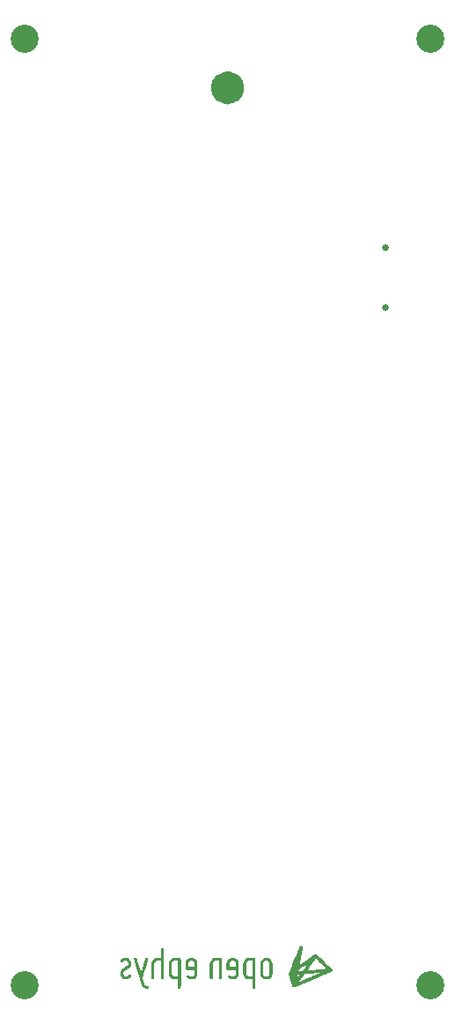
<source format=gbr>
%TF.GenerationSoftware,KiCad,Pcbnew,8.0.5*%
%TF.CreationDate,2024-09-27T18:29:33-04:00*%
%TF.ProjectId,oe-commutator-controller,6f652d63-6f6d-46d7-9574-61746f722d63,D*%
%TF.SameCoordinates,Original*%
%TF.FileFunction,Soldermask,Bot*%
%TF.FilePolarity,Negative*%
%FSLAX46Y46*%
G04 Gerber Fmt 4.6, Leading zero omitted, Abs format (unit mm)*
G04 Created by KiCad (PCBNEW 8.0.5) date 2024-09-27 18:29:33*
%MOMM*%
%LPD*%
G01*
G04 APERTURE LIST*
%ADD10C,1.600000*%
%ADD11C,0.000000*%
%ADD12C,2.700000*%
%ADD13C,0.650000*%
G04 APERTURE END LIST*
D10*
X124300000Y-60750000D02*
G75*
G02*
X122700000Y-60750000I-800000J0D01*
G01*
X122700000Y-60750000D02*
G75*
G02*
X124300000Y-60750000I800000J0D01*
G01*
D11*
%TO.C,G\u002A\u002A\u002A*%
G36*
X127811272Y-145926557D02*
G01*
X127807794Y-145951485D01*
X127781533Y-146034150D01*
X127734888Y-146125413D01*
X127673202Y-146206820D01*
X127598156Y-146276566D01*
X127511432Y-146332844D01*
X127414710Y-146373847D01*
X127412710Y-146374487D01*
X127353122Y-146387963D01*
X127282510Y-146395681D01*
X127208021Y-146397458D01*
X127136800Y-146393114D01*
X127075995Y-146382466D01*
X126997391Y-146355333D01*
X126908980Y-146306992D01*
X126829512Y-146243118D01*
X126760503Y-146165203D01*
X126703469Y-146074739D01*
X126659929Y-145973217D01*
X126658814Y-145969881D01*
X126655168Y-145957499D01*
X126652083Y-145943391D01*
X126649514Y-145925964D01*
X126647414Y-145903622D01*
X126645736Y-145874770D01*
X126644433Y-145837812D01*
X126643458Y-145791154D01*
X126642765Y-145733201D01*
X126642308Y-145662356D01*
X126642039Y-145577025D01*
X126641912Y-145475613D01*
X126641880Y-145356525D01*
X126641882Y-145321709D01*
X126641935Y-145207672D01*
X126642097Y-145110870D01*
X126642414Y-145029707D01*
X126642931Y-144962590D01*
X126643697Y-144907922D01*
X126644758Y-144864108D01*
X126646087Y-144831373D01*
X126921318Y-144831373D01*
X126921318Y-145356525D01*
X126921318Y-145881677D01*
X126944229Y-145932366D01*
X126958140Y-145957911D01*
X126992380Y-146003062D01*
X127035107Y-146045497D01*
X127080992Y-146080201D01*
X127124708Y-146102163D01*
X127174396Y-146113928D01*
X127239031Y-146117914D01*
X127302417Y-146111244D01*
X127356985Y-146094178D01*
X127371431Y-146086870D01*
X127427813Y-146047489D01*
X127477493Y-145996296D01*
X127514425Y-145939241D01*
X127538010Y-145891313D01*
X127538010Y-145356525D01*
X127538010Y-144821738D01*
X127514425Y-144773810D01*
X127506712Y-144759310D01*
X127466023Y-144703163D01*
X127414098Y-144654367D01*
X127356985Y-144618873D01*
X127311968Y-144603852D01*
X127249487Y-144595496D01*
X127184543Y-144597754D01*
X127124708Y-144610887D01*
X127099834Y-144621832D01*
X127054207Y-144651820D01*
X127009513Y-144691633D01*
X126971077Y-144736259D01*
X126944229Y-144780685D01*
X126921318Y-144831373D01*
X126646087Y-144831373D01*
X126646161Y-144829553D01*
X126647951Y-144802662D01*
X126650177Y-144781839D01*
X126652883Y-144765491D01*
X126656119Y-144752020D01*
X126659929Y-144739833D01*
X126694837Y-144655313D01*
X126749620Y-144562807D01*
X126816644Y-144482590D01*
X126894392Y-144416152D01*
X126981348Y-144364986D01*
X127075995Y-144330585D01*
X127087541Y-144327880D01*
X127141337Y-144320135D01*
X127205002Y-144316524D01*
X127271438Y-144317050D01*
X127333544Y-144321715D01*
X127384222Y-144330520D01*
X127406085Y-144336580D01*
X127500933Y-144374613D01*
X127587252Y-144428442D01*
X127663070Y-144496059D01*
X127726415Y-144575457D01*
X127775314Y-144664628D01*
X127807794Y-144761565D01*
X127811153Y-144785273D01*
X127814211Y-144826618D01*
X127816833Y-144882768D01*
X127819019Y-144951454D01*
X127820770Y-145030403D01*
X127822085Y-145117343D01*
X127822964Y-145210004D01*
X127823408Y-145306113D01*
X127823416Y-145403400D01*
X127822988Y-145499592D01*
X127822125Y-145592419D01*
X127820826Y-145679607D01*
X127819091Y-145758887D01*
X127816920Y-145827986D01*
X127814314Y-145884634D01*
X127813829Y-145891313D01*
X127811272Y-145926557D01*
G37*
G36*
X113752842Y-144311741D02*
G01*
X113844006Y-144331817D01*
X113931275Y-144367778D01*
X114012645Y-144419378D01*
X114086109Y-144486368D01*
X114149659Y-144568500D01*
X114175403Y-144613534D01*
X114209708Y-144701726D01*
X114227714Y-144794942D01*
X114229710Y-144890267D01*
X114215987Y-144984785D01*
X114186835Y-145075580D01*
X114142544Y-145159738D01*
X114083404Y-145234341D01*
X114076416Y-145240844D01*
X114052399Y-145260630D01*
X114015987Y-145288944D01*
X113969387Y-145324128D01*
X113914802Y-145364528D01*
X113854438Y-145408486D01*
X113790499Y-145454348D01*
X113730382Y-145497291D01*
X113663649Y-145545675D01*
X113609980Y-145585931D01*
X113567762Y-145619630D01*
X113535381Y-145648349D01*
X113511224Y-145673660D01*
X113493676Y-145697137D01*
X113481126Y-145720355D01*
X113471958Y-145744887D01*
X113464561Y-145772308D01*
X113460627Y-145791145D01*
X113456973Y-145862797D01*
X113471982Y-145930090D01*
X113505422Y-145992332D01*
X113557061Y-146048831D01*
X113560858Y-146052122D01*
X113620504Y-146091489D01*
X113685950Y-146112517D01*
X113757899Y-146115438D01*
X113820213Y-146103961D01*
X113884341Y-146075229D01*
X113942143Y-146029121D01*
X113994780Y-145964900D01*
X114029376Y-145929707D01*
X114072577Y-145910786D01*
X114121877Y-145908871D01*
X114174909Y-145924492D01*
X114184673Y-145929328D01*
X114219116Y-145957006D01*
X114238993Y-145995779D01*
X114245317Y-146047416D01*
X114243305Y-146071765D01*
X114225380Y-146126344D01*
X114188761Y-146183562D01*
X114133293Y-146243695D01*
X114100379Y-146272959D01*
X114015930Y-146331404D01*
X113923922Y-146372455D01*
X113822685Y-146396935D01*
X113795882Y-146399979D01*
X113731416Y-146401296D01*
X113662930Y-146396246D01*
X113599808Y-146385319D01*
X113581043Y-146380423D01*
X113491849Y-146345670D01*
X113409200Y-146294790D01*
X113335404Y-146230087D01*
X113272765Y-146153865D01*
X113223589Y-146068427D01*
X113190181Y-145976077D01*
X113184618Y-145949745D01*
X113177862Y-145888304D01*
X113176584Y-145820539D01*
X113180776Y-145754494D01*
X113190431Y-145698212D01*
X113195958Y-145678215D01*
X113228670Y-145593467D01*
X113273713Y-145513482D01*
X113327329Y-145445209D01*
X113354254Y-145419771D01*
X113398438Y-145383215D01*
X113457171Y-145338142D01*
X113529447Y-145285324D01*
X113614262Y-145225528D01*
X113625822Y-145217492D01*
X113685699Y-145175631D01*
X113741180Y-145136464D01*
X113789970Y-145101639D01*
X113829773Y-145072802D01*
X113858294Y-145051601D01*
X113873239Y-145039684D01*
X113901592Y-145007602D01*
X113929837Y-144953614D01*
X113944313Y-144893080D01*
X113945096Y-144829982D01*
X113932262Y-144768305D01*
X113905889Y-144712031D01*
X113866052Y-144665145D01*
X113828422Y-144635995D01*
X113766144Y-144604275D01*
X113701883Y-144591687D01*
X113635210Y-144598173D01*
X113565699Y-144623674D01*
X113559630Y-144626699D01*
X113521063Y-144649176D01*
X113491723Y-144674918D01*
X113463248Y-144711059D01*
X113439071Y-144742075D01*
X113405339Y-144772132D01*
X113368459Y-144787857D01*
X113323955Y-144791847D01*
X113305558Y-144790393D01*
X113260000Y-144775733D01*
X113224828Y-144747862D01*
X113201479Y-144709817D01*
X113191386Y-144664633D01*
X113195986Y-144615346D01*
X113216714Y-144564992D01*
X113220149Y-144559475D01*
X113241694Y-144530605D01*
X113271058Y-144496684D01*
X113302926Y-144463942D01*
X113308857Y-144458327D01*
X113389388Y-144395256D01*
X113476059Y-144349309D01*
X113566863Y-144320240D01*
X113659793Y-144307800D01*
X113752842Y-144311741D01*
G37*
G36*
X115792384Y-144325480D02*
G01*
X115830286Y-144355672D01*
X115855199Y-144396516D01*
X115864188Y-144444672D01*
X115864107Y-144445907D01*
X115860458Y-144463596D01*
X115851637Y-144498282D01*
X115838000Y-144548728D01*
X115819903Y-144613698D01*
X115797699Y-144691957D01*
X115771743Y-144782268D01*
X115742391Y-144883395D01*
X115709998Y-144994102D01*
X115674918Y-145113153D01*
X115637506Y-145239312D01*
X115598118Y-145371342D01*
X115332011Y-146260738D01*
X115416380Y-146543362D01*
X115423785Y-146568080D01*
X115445323Y-146638999D01*
X115465623Y-146704472D01*
X115483851Y-146761890D01*
X115499169Y-146808642D01*
X115510742Y-146842119D01*
X115517733Y-146859712D01*
X115528171Y-146878370D01*
X115572042Y-146932193D01*
X115629540Y-146975506D01*
X115697696Y-147006414D01*
X115773541Y-147023021D01*
X115775386Y-147023233D01*
X115814137Y-147029505D01*
X115847912Y-147038049D01*
X115869585Y-147047080D01*
X115895427Y-147069337D01*
X115920260Y-147109344D01*
X115931042Y-147155176D01*
X115927623Y-147202356D01*
X115909850Y-147246402D01*
X115877571Y-147282837D01*
X115863617Y-147291978D01*
X115843838Y-147298769D01*
X115815555Y-147302084D01*
X115773409Y-147302959D01*
X115728344Y-147301338D01*
X115630752Y-147285309D01*
X115539588Y-147251732D01*
X115453697Y-147200108D01*
X115371923Y-147129939D01*
X115326394Y-147080341D01*
X115287733Y-147027090D01*
X115255089Y-146967380D01*
X115226142Y-146896949D01*
X115198569Y-146811533D01*
X115194608Y-146798119D01*
X115184450Y-146763932D01*
X115169396Y-146713411D01*
X115149824Y-146647815D01*
X115126110Y-146568403D01*
X115098629Y-146476433D01*
X115067759Y-146373163D01*
X115033876Y-146259852D01*
X114997354Y-146137759D01*
X114958572Y-146008141D01*
X114917905Y-145872259D01*
X114875729Y-145731369D01*
X114832421Y-145586731D01*
X114798225Y-145472442D01*
X114756746Y-145333541D01*
X114717109Y-145200513D01*
X114679650Y-145074501D01*
X114644707Y-144956649D01*
X114612616Y-144848102D01*
X114583715Y-144750004D01*
X114558340Y-144663497D01*
X114536828Y-144589727D01*
X114519517Y-144529837D01*
X114506742Y-144484971D01*
X114498841Y-144456273D01*
X114496150Y-144444887D01*
X114496934Y-144438282D01*
X114503713Y-144414131D01*
X114515137Y-144385301D01*
X114527530Y-144363813D01*
X114560445Y-144332162D01*
X114601682Y-144314068D01*
X114647048Y-144310241D01*
X114692349Y-144321395D01*
X114733390Y-144348242D01*
X114734630Y-144349410D01*
X114740886Y-144355988D01*
X114747086Y-144364295D01*
X114753657Y-144375620D01*
X114761030Y-144391248D01*
X114769634Y-144412469D01*
X114779897Y-144440568D01*
X114792249Y-144476833D01*
X114807121Y-144522551D01*
X114824940Y-144579009D01*
X114846136Y-144647494D01*
X114871139Y-144729294D01*
X114900377Y-144825695D01*
X114934281Y-144937985D01*
X114973280Y-145067451D01*
X114974262Y-145070715D01*
X115007682Y-145181729D01*
X115039473Y-145287330D01*
X115069197Y-145386070D01*
X115096420Y-145476497D01*
X115120705Y-145557165D01*
X115141616Y-145626624D01*
X115158716Y-145683425D01*
X115171569Y-145726119D01*
X115179740Y-145753257D01*
X115182792Y-145763390D01*
X115185558Y-145756276D01*
X115193395Y-145732117D01*
X115205858Y-145692266D01*
X115222514Y-145638150D01*
X115242931Y-145571193D01*
X115266675Y-145492822D01*
X115293314Y-145404461D01*
X115322413Y-145307538D01*
X115353541Y-145203476D01*
X115386263Y-145093701D01*
X115415600Y-144995429D01*
X115447782Y-144888361D01*
X115478363Y-144787370D01*
X115506865Y-144694009D01*
X115532804Y-144609827D01*
X115555702Y-144536376D01*
X115575076Y-144475206D01*
X115590446Y-144427870D01*
X115601332Y-144395918D01*
X115607252Y-144380900D01*
X115624976Y-144356591D01*
X115660977Y-144328289D01*
X115703265Y-144311464D01*
X115745416Y-144309439D01*
X115792384Y-144325480D01*
G37*
G36*
X122681148Y-144335236D02*
G01*
X122753748Y-144335774D01*
X122811232Y-144337076D01*
X122855657Y-144339475D01*
X122889083Y-144343303D01*
X122913567Y-144348893D01*
X122931167Y-144356576D01*
X122943942Y-144366686D01*
X122953948Y-144379555D01*
X122963245Y-144395516D01*
X122965866Y-144401053D01*
X122968392Y-144408852D01*
X122970606Y-144419643D01*
X122972528Y-144434591D01*
X122974178Y-144454857D01*
X122975577Y-144481603D01*
X122976746Y-144515994D01*
X122977704Y-144559192D01*
X122978473Y-144612358D01*
X122979073Y-144676657D01*
X122979525Y-144753251D01*
X122979848Y-144843303D01*
X122980064Y-144947975D01*
X122980193Y-145068431D01*
X122980255Y-145205833D01*
X122980271Y-145361343D01*
X122980272Y-145398652D01*
X122980284Y-145553623D01*
X122980261Y-145690714D01*
X122980140Y-145811059D01*
X122979857Y-145915794D01*
X122979348Y-146006054D01*
X122978549Y-146082976D01*
X122977398Y-146147695D01*
X122975830Y-146201348D01*
X122973781Y-146245068D01*
X122971189Y-146279993D01*
X122967989Y-146307258D01*
X122964117Y-146327998D01*
X122959511Y-146343349D01*
X122954105Y-146354448D01*
X122947838Y-146362429D01*
X122940644Y-146368428D01*
X122932461Y-146373582D01*
X122923224Y-146379025D01*
X122891260Y-146391706D01*
X122838478Y-146397157D01*
X122824252Y-146397008D01*
X122794583Y-146394063D01*
X122772521Y-146385169D01*
X122749581Y-146367493D01*
X122743352Y-146361612D01*
X122720190Y-146332300D01*
X122705938Y-146302451D01*
X122705054Y-146297251D01*
X122703231Y-146271932D01*
X122701602Y-146227972D01*
X122700173Y-146165806D01*
X122698949Y-146085866D01*
X122697934Y-145988589D01*
X122697133Y-145874406D01*
X122696552Y-145743754D01*
X122696196Y-145597065D01*
X122696068Y-145434774D01*
X122696015Y-144602439D01*
X122510525Y-144606691D01*
X122496563Y-144607015D01*
X122435101Y-144608613D01*
X122388859Y-144610411D01*
X122354444Y-144612836D01*
X122328465Y-144616314D01*
X122307530Y-144621275D01*
X122288246Y-144628144D01*
X122267221Y-144637349D01*
X122213971Y-144667196D01*
X122154771Y-144718762D01*
X122109807Y-144783194D01*
X122084141Y-144831373D01*
X122079323Y-145568513D01*
X122078468Y-145696089D01*
X122077593Y-145816782D01*
X122076731Y-145920741D01*
X122075847Y-146009283D01*
X122074901Y-146083727D01*
X122073858Y-146145391D01*
X122072679Y-146195593D01*
X122071327Y-146235651D01*
X122069764Y-146266884D01*
X122067953Y-146290609D01*
X122065856Y-146308146D01*
X122063437Y-146320812D01*
X122060657Y-146329926D01*
X122057479Y-146336806D01*
X122054874Y-146341349D01*
X122026232Y-146372873D01*
X121985392Y-146391238D01*
X121930781Y-146397193D01*
X121921412Y-146397121D01*
X121890343Y-146394410D01*
X121867439Y-146385545D01*
X121843815Y-146367493D01*
X121837586Y-146361612D01*
X121814424Y-146332300D01*
X121800172Y-146302451D01*
X121798432Y-146287675D01*
X121796764Y-146255010D01*
X121795290Y-146206755D01*
X121794011Y-146144814D01*
X121792925Y-146071085D01*
X121792035Y-145987470D01*
X121791338Y-145895870D01*
X121790837Y-145798185D01*
X121790531Y-145696316D01*
X121790420Y-145592163D01*
X121790504Y-145487628D01*
X121790783Y-145384611D01*
X121791258Y-145285012D01*
X121791928Y-145190732D01*
X121792794Y-145103673D01*
X121793856Y-145025735D01*
X121795114Y-144958817D01*
X121796569Y-144904823D01*
X121798219Y-144865650D01*
X121800067Y-144843202D01*
X121818715Y-144758394D01*
X121856093Y-144662939D01*
X121908259Y-144575813D01*
X121973475Y-144499007D01*
X122050007Y-144434510D01*
X122136117Y-144384312D01*
X122230069Y-144350404D01*
X122237211Y-144348670D01*
X122259665Y-144344490D01*
X122287571Y-144341222D01*
X122323232Y-144338768D01*
X122368951Y-144337029D01*
X122427030Y-144335908D01*
X122499772Y-144335308D01*
X122589481Y-144335129D01*
X122591374Y-144335129D01*
X122681148Y-144335236D01*
G37*
G36*
X120612639Y-145329347D02*
G01*
X120612940Y-145391137D01*
X120613416Y-145506820D01*
X120613589Y-145605697D01*
X120613346Y-145689437D01*
X120612577Y-145759706D01*
X120611169Y-145818172D01*
X120609009Y-145866503D01*
X120605987Y-145906367D01*
X120601988Y-145939430D01*
X120596902Y-145967361D01*
X120590617Y-145991827D01*
X120583019Y-146014496D01*
X120573998Y-146037035D01*
X120563440Y-146061111D01*
X120562661Y-146062845D01*
X120514117Y-146147628D01*
X120450470Y-146223374D01*
X120374533Y-146288050D01*
X120289116Y-146339623D01*
X120197030Y-146376063D01*
X120101088Y-146395336D01*
X120007374Y-146399365D01*
X119900466Y-146388463D01*
X119801613Y-146360383D01*
X119711327Y-146315280D01*
X119630121Y-146253307D01*
X119607950Y-146232615D01*
X119587194Y-146210898D01*
X119575501Y-146192715D01*
X119569717Y-146172709D01*
X119566690Y-146145524D01*
X119567148Y-146106359D01*
X119580957Y-146058710D01*
X119609139Y-146022885D01*
X119650403Y-146000329D01*
X119703457Y-145992489D01*
X119708855Y-145992523D01*
X119740929Y-145995198D01*
X119768256Y-146004056D01*
X119796744Y-146021785D01*
X119832304Y-146051071D01*
X119884119Y-146086783D01*
X119948690Y-146110120D01*
X120023432Y-146117754D01*
X120056998Y-146116210D01*
X120131172Y-146100217D01*
X120196471Y-146067254D01*
X120252127Y-146017784D01*
X120297374Y-145952269D01*
X120330423Y-145891313D01*
X120333529Y-145691370D01*
X120336636Y-145491427D01*
X119928825Y-145491391D01*
X119847225Y-145491364D01*
X119761893Y-145491233D01*
X119692495Y-145490917D01*
X119637182Y-145490334D01*
X119594106Y-145489403D01*
X119561419Y-145488041D01*
X119537272Y-145486167D01*
X119519817Y-145483698D01*
X119507205Y-145480554D01*
X119497589Y-145476651D01*
X119489118Y-145471908D01*
X119482650Y-145467858D01*
X119467662Y-145456776D01*
X119455781Y-145443646D01*
X119446652Y-145426313D01*
X119439916Y-145402625D01*
X119435217Y-145370431D01*
X119432197Y-145327577D01*
X119430500Y-145271910D01*
X119429978Y-145221624D01*
X119707200Y-145221624D01*
X120021918Y-145221624D01*
X120336636Y-145221624D01*
X120333529Y-145021681D01*
X120333054Y-144991961D01*
X120331864Y-144931374D01*
X120330374Y-144885724D01*
X120328254Y-144851934D01*
X120325172Y-144826925D01*
X120320796Y-144807620D01*
X120314795Y-144790941D01*
X120306838Y-144773810D01*
X120282079Y-144731375D01*
X120232459Y-144674277D01*
X120172485Y-144631550D01*
X120104542Y-144604740D01*
X120031020Y-144595390D01*
X119979587Y-144597925D01*
X119920272Y-144610874D01*
X119867560Y-144636877D01*
X119815458Y-144678237D01*
X119785493Y-144707272D01*
X119761453Y-144734994D01*
X119743405Y-144763558D01*
X119730423Y-144796037D01*
X119721584Y-144835500D01*
X119715965Y-144885017D01*
X119712642Y-144947660D01*
X119710690Y-145026499D01*
X119707200Y-145221624D01*
X119429978Y-145221624D01*
X119429767Y-145201279D01*
X119429642Y-145113530D01*
X119429968Y-145026044D01*
X119431159Y-144946172D01*
X119433564Y-144880469D01*
X119437538Y-144826269D01*
X119443435Y-144780907D01*
X119451610Y-144741720D01*
X119462416Y-144706043D01*
X119476210Y-144671210D01*
X119493344Y-144634557D01*
X119520292Y-144587309D01*
X119576649Y-144514615D01*
X119645490Y-144449071D01*
X119723006Y-144393659D01*
X119805388Y-144351358D01*
X119888824Y-144325151D01*
X119926023Y-144319744D01*
X119986171Y-144316665D01*
X120052644Y-144317957D01*
X120119098Y-144323258D01*
X120179189Y-144332206D01*
X120226576Y-144344438D01*
X120242040Y-144350179D01*
X120332110Y-144395202D01*
X120413872Y-144456019D01*
X120485127Y-144530400D01*
X120543680Y-144616113D01*
X120587333Y-144710926D01*
X120588007Y-144712799D01*
X120592667Y-144726124D01*
X120596622Y-144739154D01*
X120599938Y-144753520D01*
X120602682Y-144770851D01*
X120604920Y-144792780D01*
X120606720Y-144820935D01*
X120608147Y-144856948D01*
X120609270Y-144902449D01*
X120610154Y-144959069D01*
X120610866Y-145028438D01*
X120611473Y-145112187D01*
X120612042Y-145211947D01*
X120612091Y-145221624D01*
X120612639Y-145329347D01*
G37*
G36*
X124582593Y-145329347D02*
G01*
X124582895Y-145391137D01*
X124583370Y-145506820D01*
X124583543Y-145605697D01*
X124583301Y-145689437D01*
X124582532Y-145759706D01*
X124581123Y-145818172D01*
X124578964Y-145866503D01*
X124575941Y-145906367D01*
X124571943Y-145939430D01*
X124566857Y-145967361D01*
X124560571Y-145991827D01*
X124552974Y-146014496D01*
X124543952Y-146037035D01*
X124533395Y-146061111D01*
X124532615Y-146062845D01*
X124484071Y-146147628D01*
X124420425Y-146223374D01*
X124344487Y-146288050D01*
X124259070Y-146339623D01*
X124166985Y-146376063D01*
X124071043Y-146395336D01*
X123977328Y-146399365D01*
X123870420Y-146388463D01*
X123771567Y-146360383D01*
X123681281Y-146315280D01*
X123600076Y-146253307D01*
X123577904Y-146232615D01*
X123557149Y-146210898D01*
X123545455Y-146192715D01*
X123539671Y-146172709D01*
X123536644Y-146145524D01*
X123537103Y-146106359D01*
X123550911Y-146058710D01*
X123579094Y-146022885D01*
X123620358Y-146000329D01*
X123673411Y-145992489D01*
X123678810Y-145992523D01*
X123710884Y-145995198D01*
X123738210Y-146004056D01*
X123766699Y-146021785D01*
X123802259Y-146051071D01*
X123854074Y-146086783D01*
X123918645Y-146110120D01*
X123993386Y-146117754D01*
X124026953Y-146116210D01*
X124101127Y-146100217D01*
X124166425Y-146067254D01*
X124222081Y-146017784D01*
X124267328Y-145952269D01*
X124300377Y-145891313D01*
X124303484Y-145691370D01*
X124306591Y-145491427D01*
X123898780Y-145491391D01*
X123817180Y-145491364D01*
X123731847Y-145491233D01*
X123662449Y-145490917D01*
X123607136Y-145490334D01*
X123564060Y-145489403D01*
X123531373Y-145488041D01*
X123507226Y-145486167D01*
X123489771Y-145483698D01*
X123477160Y-145480554D01*
X123467543Y-145476651D01*
X123459073Y-145471908D01*
X123452605Y-145467858D01*
X123437616Y-145456776D01*
X123425736Y-145443646D01*
X123416606Y-145426313D01*
X123409870Y-145402625D01*
X123405171Y-145370431D01*
X123402152Y-145327577D01*
X123400454Y-145271910D01*
X123399932Y-145221624D01*
X123677155Y-145221624D01*
X123991873Y-145221624D01*
X124306591Y-145221624D01*
X124303484Y-145021681D01*
X124303008Y-144991961D01*
X124301818Y-144931374D01*
X124300329Y-144885724D01*
X124298209Y-144851934D01*
X124295126Y-144826925D01*
X124290751Y-144807620D01*
X124284750Y-144790941D01*
X124276793Y-144773810D01*
X124252033Y-144731375D01*
X124202414Y-144674277D01*
X124142439Y-144631550D01*
X124074497Y-144604740D01*
X124000975Y-144595390D01*
X123949541Y-144597925D01*
X123890227Y-144610874D01*
X123837515Y-144636877D01*
X123785412Y-144678237D01*
X123755447Y-144707272D01*
X123731408Y-144734994D01*
X123713359Y-144763558D01*
X123700377Y-144796037D01*
X123691539Y-144835500D01*
X123685920Y-144885017D01*
X123682596Y-144947660D01*
X123680645Y-145026499D01*
X123677155Y-145221624D01*
X123399932Y-145221624D01*
X123399721Y-145201279D01*
X123399596Y-145113530D01*
X123399923Y-145026044D01*
X123401113Y-144946172D01*
X123403518Y-144880469D01*
X123407492Y-144826269D01*
X123413389Y-144780907D01*
X123421564Y-144741720D01*
X123432371Y-144706043D01*
X123446164Y-144671210D01*
X123463299Y-144634557D01*
X123490247Y-144587309D01*
X123546603Y-144514615D01*
X123615444Y-144449071D01*
X123692961Y-144393659D01*
X123775342Y-144351358D01*
X123858778Y-144325151D01*
X123895978Y-144319744D01*
X123956126Y-144316665D01*
X124022598Y-144317957D01*
X124089052Y-144323258D01*
X124149144Y-144332206D01*
X124196530Y-144344438D01*
X124211994Y-144350179D01*
X124302065Y-144395202D01*
X124383826Y-144456019D01*
X124455082Y-144530400D01*
X124513634Y-144616113D01*
X124557288Y-144710926D01*
X124557961Y-144712799D01*
X124562622Y-144726124D01*
X124566576Y-144739154D01*
X124569892Y-144753520D01*
X124572636Y-144770851D01*
X124574875Y-144792780D01*
X124576674Y-144820935D01*
X124578102Y-144856948D01*
X124579224Y-144902449D01*
X124580108Y-144959069D01*
X124580820Y-145028438D01*
X124581427Y-145112187D01*
X124581996Y-145211947D01*
X124582045Y-145221624D01*
X124582593Y-145329347D01*
G37*
G36*
X119007665Y-144612509D02*
G01*
X119008322Y-144672874D01*
X119008861Y-144744011D01*
X119009295Y-144826865D01*
X119009634Y-144922379D01*
X119009890Y-145031498D01*
X119010074Y-145155167D01*
X119010197Y-145294330D01*
X119010271Y-145449931D01*
X119010307Y-145622915D01*
X119010317Y-145814226D01*
X119010319Y-145887486D01*
X119010339Y-146075103D01*
X119010350Y-146244716D01*
X119010316Y-146397252D01*
X119010201Y-146533638D01*
X119009969Y-146654804D01*
X119009585Y-146761676D01*
X119009011Y-146855182D01*
X119008213Y-146936251D01*
X119007153Y-147005809D01*
X119005797Y-147064785D01*
X119004108Y-147114107D01*
X119002051Y-147154701D01*
X118999588Y-147187497D01*
X118996685Y-147213422D01*
X118993305Y-147233403D01*
X118989412Y-147248368D01*
X118984970Y-147259246D01*
X118979943Y-147266964D01*
X118974296Y-147272450D01*
X118967992Y-147276631D01*
X118960995Y-147280435D01*
X118953270Y-147284791D01*
X118921306Y-147297473D01*
X118868524Y-147302923D01*
X118854298Y-147302774D01*
X118824628Y-147299830D01*
X118802567Y-147290935D01*
X118779627Y-147273259D01*
X118773397Y-147267378D01*
X118750235Y-147238066D01*
X118735984Y-147208217D01*
X118733907Y-147193847D01*
X118731682Y-147160191D01*
X118729782Y-147110066D01*
X118728240Y-147044997D01*
X118727092Y-146966511D01*
X118726371Y-146876136D01*
X118726114Y-146775398D01*
X118726060Y-146377921D01*
X118522690Y-146377921D01*
X118495528Y-146377879D01*
X118423339Y-146377173D01*
X118366587Y-146375464D01*
X118322389Y-146372585D01*
X118287859Y-146368369D01*
X118260114Y-146362647D01*
X118181028Y-146335446D01*
X118093517Y-146287775D01*
X118015302Y-146225479D01*
X117948117Y-146150549D01*
X117893700Y-146064974D01*
X117853786Y-145970744D01*
X117830112Y-145869849D01*
X117828559Y-145852999D01*
X117826719Y-145816250D01*
X117825047Y-145764314D01*
X117823585Y-145699468D01*
X117822375Y-145623990D01*
X117821459Y-145540155D01*
X117820878Y-145450241D01*
X117820676Y-145356525D01*
X117820804Y-145281893D01*
X117821310Y-145191009D01*
X117822160Y-145105735D01*
X117823313Y-145028347D01*
X117824727Y-144961123D01*
X117826359Y-144906340D01*
X117828168Y-144866274D01*
X117829485Y-144850645D01*
X118109557Y-144850645D01*
X118109557Y-145356525D01*
X118109557Y-145862405D01*
X118132861Y-145912459D01*
X118133328Y-145913457D01*
X118174717Y-145980405D01*
X118229311Y-146034956D01*
X118294586Y-146074577D01*
X118299329Y-146076695D01*
X118320389Y-146085546D01*
X118340204Y-146092116D01*
X118362194Y-146096844D01*
X118389777Y-146100170D01*
X118426373Y-146102533D01*
X118475399Y-146104371D01*
X118540274Y-146106124D01*
X118726060Y-146110789D01*
X118726060Y-145356614D01*
X118726060Y-144602439D01*
X118540571Y-144606777D01*
X118523514Y-144607180D01*
X118462861Y-144608798D01*
X118417241Y-144610625D01*
X118383231Y-144613100D01*
X118357412Y-144616661D01*
X118336361Y-144621745D01*
X118316658Y-144628790D01*
X118294882Y-144638236D01*
X118294392Y-144638457D01*
X118228837Y-144678471D01*
X118174172Y-144733339D01*
X118132861Y-144800591D01*
X118109557Y-144850645D01*
X117829485Y-144850645D01*
X117830112Y-144843202D01*
X117848761Y-144758394D01*
X117886139Y-144662939D01*
X117938304Y-144575813D01*
X118003521Y-144499007D01*
X118080052Y-144434510D01*
X118166162Y-144384312D01*
X118260114Y-144350404D01*
X118267257Y-144348670D01*
X118289711Y-144344490D01*
X118317617Y-144341222D01*
X118353277Y-144338768D01*
X118398996Y-144337029D01*
X118457075Y-144335908D01*
X118529818Y-144335308D01*
X118619527Y-144335129D01*
X118621420Y-144335129D01*
X118711194Y-144335236D01*
X118783793Y-144335774D01*
X118841277Y-144337076D01*
X118885703Y-144339475D01*
X118919129Y-144343303D01*
X118943613Y-144348893D01*
X118961213Y-144356576D01*
X118973987Y-144366686D01*
X118983994Y-144379555D01*
X118993291Y-144395516D01*
X118994607Y-144398136D01*
X118996829Y-144404051D01*
X118998832Y-144412239D01*
X119000627Y-144423644D01*
X119002225Y-144439210D01*
X119003638Y-144459881D01*
X119004877Y-144486602D01*
X119005954Y-144520318D01*
X119006879Y-144561972D01*
X119007508Y-144602439D01*
X119007665Y-144612509D01*
G37*
G36*
X126176709Y-144612509D02*
G01*
X126177366Y-144672874D01*
X126177905Y-144744011D01*
X126178339Y-144826865D01*
X126178678Y-144922379D01*
X126178934Y-145031498D01*
X126179118Y-145155167D01*
X126179241Y-145294330D01*
X126179315Y-145449931D01*
X126179351Y-145622915D01*
X126179361Y-145814226D01*
X126179363Y-145887486D01*
X126179383Y-146075103D01*
X126179394Y-146244716D01*
X126179360Y-146397252D01*
X126179245Y-146533638D01*
X126179013Y-146654804D01*
X126178629Y-146761676D01*
X126178055Y-146855182D01*
X126177257Y-146936251D01*
X126176197Y-147005809D01*
X126174841Y-147064785D01*
X126173152Y-147114107D01*
X126171095Y-147154701D01*
X126168632Y-147187497D01*
X126165729Y-147213422D01*
X126162349Y-147233403D01*
X126158456Y-147248368D01*
X126154014Y-147259246D01*
X126148987Y-147266964D01*
X126143340Y-147272450D01*
X126137036Y-147276631D01*
X126130039Y-147280435D01*
X126122314Y-147284791D01*
X126090350Y-147297473D01*
X126037568Y-147302923D01*
X126023342Y-147302774D01*
X125993672Y-147299830D01*
X125971611Y-147290935D01*
X125948671Y-147273259D01*
X125942441Y-147267378D01*
X125919279Y-147238066D01*
X125905028Y-147208217D01*
X125902951Y-147193847D01*
X125900726Y-147160191D01*
X125898826Y-147110066D01*
X125897284Y-147044997D01*
X125896136Y-146966511D01*
X125895415Y-146876136D01*
X125895158Y-146775398D01*
X125895104Y-146377921D01*
X125691734Y-146377921D01*
X125664572Y-146377879D01*
X125592383Y-146377173D01*
X125535631Y-146375464D01*
X125491433Y-146372585D01*
X125456903Y-146368369D01*
X125429158Y-146362647D01*
X125350072Y-146335446D01*
X125262561Y-146287775D01*
X125184346Y-146225479D01*
X125117161Y-146150549D01*
X125062744Y-146064974D01*
X125022830Y-145970744D01*
X124999156Y-145869849D01*
X124997603Y-145852999D01*
X124995763Y-145816250D01*
X124994091Y-145764314D01*
X124992629Y-145699468D01*
X124991419Y-145623990D01*
X124990503Y-145540155D01*
X124989922Y-145450241D01*
X124989720Y-145356525D01*
X124989848Y-145281893D01*
X124990354Y-145191009D01*
X124991204Y-145105735D01*
X124992357Y-145028347D01*
X124993771Y-144961123D01*
X124995403Y-144906340D01*
X124997212Y-144866274D01*
X124998529Y-144850645D01*
X125278601Y-144850645D01*
X125278601Y-145356525D01*
X125278601Y-145862405D01*
X125301905Y-145912459D01*
X125302372Y-145913457D01*
X125343761Y-145980405D01*
X125398355Y-146034956D01*
X125463630Y-146074577D01*
X125468373Y-146076695D01*
X125489433Y-146085546D01*
X125509248Y-146092116D01*
X125531238Y-146096844D01*
X125558821Y-146100170D01*
X125595417Y-146102533D01*
X125644443Y-146104371D01*
X125709318Y-146106124D01*
X125895104Y-146110789D01*
X125895104Y-145356614D01*
X125895104Y-144602439D01*
X125709615Y-144606777D01*
X125692558Y-144607180D01*
X125631905Y-144608798D01*
X125586285Y-144610625D01*
X125552275Y-144613100D01*
X125526456Y-144616661D01*
X125505405Y-144621745D01*
X125485702Y-144628790D01*
X125463926Y-144638236D01*
X125463436Y-144638457D01*
X125397881Y-144678471D01*
X125343216Y-144733339D01*
X125301905Y-144800591D01*
X125278601Y-144850645D01*
X124998529Y-144850645D01*
X124999156Y-144843202D01*
X125017805Y-144758394D01*
X125055183Y-144662939D01*
X125107348Y-144575813D01*
X125172565Y-144499007D01*
X125249096Y-144434510D01*
X125335206Y-144384312D01*
X125429158Y-144350404D01*
X125436301Y-144348670D01*
X125458755Y-144344490D01*
X125486661Y-144341222D01*
X125522321Y-144338768D01*
X125568040Y-144337029D01*
X125626119Y-144335908D01*
X125698862Y-144335308D01*
X125788571Y-144335129D01*
X125790464Y-144335129D01*
X125880238Y-144335236D01*
X125952837Y-144335774D01*
X126010321Y-144337076D01*
X126054747Y-144339475D01*
X126088173Y-144343303D01*
X126112657Y-144348893D01*
X126130257Y-144356576D01*
X126143031Y-144366686D01*
X126153038Y-144379555D01*
X126162335Y-144395516D01*
X126163651Y-144398136D01*
X126165873Y-144404051D01*
X126167876Y-144412239D01*
X126169671Y-144423644D01*
X126171269Y-144439210D01*
X126172682Y-144459881D01*
X126173921Y-144486602D01*
X126174998Y-144520318D01*
X126175923Y-144561972D01*
X126176552Y-144602439D01*
X126176709Y-144612509D01*
G37*
G36*
X117237446Y-143410195D02*
G01*
X117267943Y-143413012D01*
X117290503Y-143421894D01*
X117313844Y-143439791D01*
X117320073Y-143445672D01*
X117343236Y-143474984D01*
X117357487Y-143504833D01*
X117358495Y-143513609D01*
X117359789Y-143541346D01*
X117360984Y-143586032D01*
X117362081Y-143646327D01*
X117363080Y-143720889D01*
X117363980Y-143808376D01*
X117364781Y-143907447D01*
X117365484Y-144016760D01*
X117366088Y-144134974D01*
X117366594Y-144260747D01*
X117367002Y-144392738D01*
X117367310Y-144529605D01*
X117367521Y-144670006D01*
X117367632Y-144812601D01*
X117367646Y-144956047D01*
X117367561Y-145099003D01*
X117367377Y-145240128D01*
X117367094Y-145378079D01*
X117366714Y-145511517D01*
X117366234Y-145639098D01*
X117365657Y-145759481D01*
X117364980Y-145871325D01*
X117364205Y-145973289D01*
X117363332Y-146064030D01*
X117362360Y-146142208D01*
X117361290Y-146206481D01*
X117360121Y-146255506D01*
X117358853Y-146287944D01*
X117357487Y-146302451D01*
X117355202Y-146309259D01*
X117338077Y-146339989D01*
X117313844Y-146367493D01*
X117306604Y-146373684D01*
X117284374Y-146388711D01*
X117260439Y-146395564D01*
X117226085Y-146397193D01*
X117220468Y-146397130D01*
X117166711Y-146388782D01*
X117124991Y-146366944D01*
X117096854Y-146332388D01*
X117096012Y-146330483D01*
X117093670Y-146321627D01*
X117091597Y-146307195D01*
X117089773Y-146286047D01*
X117088176Y-146257041D01*
X117086785Y-146219035D01*
X117085580Y-146170889D01*
X117084538Y-146111460D01*
X117083639Y-146039608D01*
X117082861Y-145954192D01*
X117082184Y-145854069D01*
X117081586Y-145738099D01*
X117081045Y-145605140D01*
X117080541Y-145454050D01*
X117077928Y-144602448D01*
X116892643Y-144606696D01*
X116879053Y-144607010D01*
X116817540Y-144608609D01*
X116771261Y-144610406D01*
X116736820Y-144612829D01*
X116710823Y-144616307D01*
X116689875Y-144621268D01*
X116670579Y-144628139D01*
X116649543Y-144637349D01*
X116583570Y-144676009D01*
X116530107Y-144727567D01*
X116489416Y-144792830D01*
X116461660Y-144850645D01*
X116461598Y-145558877D01*
X116461505Y-145674496D01*
X116461145Y-145810133D01*
X116460523Y-145930621D01*
X116459647Y-146035372D01*
X116458524Y-146123796D01*
X116457162Y-146195304D01*
X116455569Y-146249309D01*
X116453752Y-146285221D01*
X116451721Y-146302451D01*
X116449436Y-146309259D01*
X116432310Y-146339989D01*
X116408078Y-146367493D01*
X116402037Y-146372683D01*
X116379375Y-146388322D01*
X116355361Y-146395481D01*
X116321111Y-146397193D01*
X116314019Y-146397114D01*
X116261087Y-146389758D01*
X116221743Y-146369905D01*
X116194414Y-146336806D01*
X116194253Y-146336510D01*
X116191106Y-146329666D01*
X116188374Y-146320718D01*
X116186029Y-146308344D01*
X116184042Y-146291225D01*
X116182382Y-146268040D01*
X116181022Y-146237469D01*
X116179931Y-146198190D01*
X116179081Y-146148884D01*
X116178442Y-146088229D01*
X116177984Y-146014906D01*
X116177680Y-145927593D01*
X116177498Y-145824970D01*
X116177411Y-145705717D01*
X116177388Y-145568513D01*
X116177402Y-145465286D01*
X116177483Y-145340746D01*
X116177660Y-145233091D01*
X116177964Y-145140945D01*
X116178422Y-145062933D01*
X116179066Y-144997680D01*
X116179922Y-144943810D01*
X116181022Y-144899948D01*
X116182395Y-144864720D01*
X116184068Y-144836749D01*
X116186072Y-144814661D01*
X116188437Y-144797080D01*
X116191190Y-144782631D01*
X116194361Y-144769939D01*
X116197621Y-144758600D01*
X116235423Y-144663421D01*
X116288589Y-144576256D01*
X116354995Y-144499239D01*
X116432514Y-144434502D01*
X116519021Y-144384179D01*
X116612390Y-144350404D01*
X116620558Y-144348432D01*
X116650172Y-144343194D01*
X116687495Y-144339414D01*
X116735412Y-144336921D01*
X116796812Y-144335549D01*
X116874580Y-144335129D01*
X117077564Y-144335129D01*
X117080359Y-143918380D01*
X117081052Y-143826816D01*
X117081969Y-143737425D01*
X117083067Y-143664266D01*
X117084407Y-143605709D01*
X117086049Y-143560124D01*
X117088054Y-143525881D01*
X117090483Y-143501349D01*
X117093396Y-143484897D01*
X117096854Y-143474896D01*
X117098878Y-143471128D01*
X117128358Y-143437734D01*
X117171275Y-143417131D01*
X117226085Y-143410091D01*
X117237446Y-143410195D01*
G37*
G36*
X130446650Y-144936923D02*
G01*
X130438225Y-144983165D01*
X130433057Y-145012115D01*
X130431420Y-145022285D01*
X130436559Y-145018944D01*
X130457156Y-145004630D01*
X130492368Y-144979844D01*
X130540983Y-144945449D01*
X130601786Y-144902308D01*
X130673565Y-144851284D01*
X130755106Y-144793238D01*
X130845196Y-144729033D01*
X130942622Y-144659533D01*
X131046169Y-144585599D01*
X131154626Y-144508095D01*
X131236107Y-144449895D01*
X131341955Y-144374442D01*
X131442408Y-144303008D01*
X131536203Y-144236481D01*
X131622078Y-144175752D01*
X131698769Y-144121708D01*
X131765015Y-144075240D01*
X131819552Y-144037238D01*
X131861118Y-144008589D01*
X131888450Y-143990184D01*
X131900286Y-143982912D01*
X131901826Y-143982338D01*
X131942079Y-143974958D01*
X131988144Y-143976672D01*
X132028087Y-143987091D01*
X132030643Y-143988665D01*
X132047656Y-144002244D01*
X132077986Y-144028336D01*
X132120391Y-144065791D01*
X132173630Y-144113461D01*
X132236462Y-144170198D01*
X132307645Y-144234854D01*
X132385938Y-144306279D01*
X132470099Y-144383325D01*
X132558888Y-144464844D01*
X132651063Y-144549686D01*
X132745383Y-144636704D01*
X132840606Y-144724749D01*
X132935492Y-144812672D01*
X133028798Y-144899325D01*
X133119283Y-144983559D01*
X133205707Y-145064226D01*
X133286827Y-145140176D01*
X133361403Y-145210262D01*
X133428193Y-145273335D01*
X133485955Y-145328247D01*
X133533450Y-145373848D01*
X133543929Y-145384082D01*
X133569434Y-145408990D01*
X133592668Y-145432526D01*
X133601909Y-145443305D01*
X133603407Y-145446731D01*
X133614516Y-145495873D01*
X133610997Y-145548633D01*
X133594188Y-145597907D01*
X133565430Y-145636596D01*
X133554410Y-145642187D01*
X133525250Y-145655387D01*
X133478926Y-145675763D01*
X133416374Y-145702917D01*
X133338534Y-145736449D01*
X133255990Y-145771827D01*
X133246344Y-145775961D01*
X133140742Y-145821053D01*
X133022666Y-145871326D01*
X132893056Y-145926381D01*
X132752848Y-145985820D01*
X132602982Y-146049243D01*
X132444396Y-146116251D01*
X132278028Y-146186446D01*
X132104817Y-146259427D01*
X131925701Y-146334797D01*
X131741618Y-146412156D01*
X131694516Y-146431936D01*
X131471783Y-146525426D01*
X131267203Y-146611215D01*
X131080077Y-146689590D01*
X130909707Y-146760837D01*
X130755395Y-146825242D01*
X130616441Y-146883092D01*
X130492148Y-146934673D01*
X130381818Y-146980271D01*
X130284751Y-147020173D01*
X130200250Y-147054666D01*
X130127615Y-147084034D01*
X130066150Y-147108566D01*
X130015155Y-147128546D01*
X129973931Y-147144262D01*
X129941781Y-147156000D01*
X129918007Y-147164046D01*
X129901909Y-147168687D01*
X129892789Y-147170209D01*
X129892480Y-147170212D01*
X129837461Y-147162573D01*
X129791265Y-147140145D01*
X129758371Y-147105098D01*
X129756257Y-147100877D01*
X129747076Y-147077047D01*
X129733142Y-147036453D01*
X129715094Y-146981237D01*
X129693572Y-146913546D01*
X129669217Y-146835524D01*
X129642667Y-146749314D01*
X129614564Y-146657063D01*
X129607474Y-146633570D01*
X130366965Y-146633570D01*
X130368688Y-146632927D01*
X130385690Y-146625976D01*
X130419555Y-146611910D01*
X130468787Y-146591358D01*
X130531892Y-146564948D01*
X130607375Y-146533311D01*
X130693741Y-146497075D01*
X130789494Y-146456870D01*
X130893141Y-146413326D01*
X131003185Y-146367070D01*
X131118133Y-146318733D01*
X131236489Y-146268944D01*
X131356758Y-146218333D01*
X131477445Y-146167527D01*
X131597055Y-146117158D01*
X131714094Y-146067853D01*
X131827066Y-146020243D01*
X131934477Y-145974957D01*
X132034832Y-145932623D01*
X132126634Y-145893871D01*
X132208391Y-145859331D01*
X132278606Y-145829632D01*
X132335786Y-145805402D01*
X132378434Y-145787272D01*
X132405055Y-145775871D01*
X132414156Y-145771827D01*
X132404951Y-145772278D01*
X132377059Y-145774406D01*
X132332426Y-145778062D01*
X132273007Y-145783070D01*
X132200758Y-145789259D01*
X132117634Y-145796453D01*
X132025591Y-145804479D01*
X131926586Y-145813163D01*
X131822574Y-145822331D01*
X131715511Y-145831809D01*
X131607353Y-145841424D01*
X131500055Y-145851001D01*
X131395574Y-145860366D01*
X131295865Y-145869347D01*
X131202884Y-145877768D01*
X131118588Y-145885455D01*
X131044931Y-145892236D01*
X130983869Y-145897937D01*
X130937360Y-145902382D01*
X130907357Y-145905399D01*
X130895818Y-145906813D01*
X130894783Y-145907572D01*
X130883647Y-145920516D01*
X130862446Y-145947722D01*
X130862253Y-145947970D01*
X130831961Y-145988108D01*
X130794126Y-146039103D01*
X130750106Y-146099129D01*
X130701260Y-146166358D01*
X130648944Y-146238965D01*
X130638695Y-146253246D01*
X130586009Y-146326614D01*
X130536503Y-146395488D01*
X130491650Y-146457822D01*
X130452921Y-146511573D01*
X130421792Y-146554696D01*
X130399734Y-146585145D01*
X130388220Y-146600877D01*
X130382250Y-146608991D01*
X130370023Y-146626841D01*
X130366965Y-146633570D01*
X129607474Y-146633570D01*
X129585547Y-146560915D01*
X129556256Y-146463014D01*
X129527331Y-146365506D01*
X129499412Y-146270534D01*
X129473140Y-146180244D01*
X129449153Y-146096780D01*
X129428093Y-146022288D01*
X129425666Y-146013494D01*
X129769428Y-146013494D01*
X129773114Y-146033361D01*
X129781479Y-146067596D01*
X129793630Y-146112651D01*
X129808673Y-146164979D01*
X129816893Y-146192697D01*
X129831355Y-146240965D01*
X129843145Y-146279659D01*
X129851218Y-146305373D01*
X129854532Y-146314702D01*
X129854705Y-146314372D01*
X129857601Y-146301572D01*
X129857721Y-146300965D01*
X130193747Y-146300965D01*
X130194692Y-146300382D01*
X130204856Y-146288328D01*
X130224599Y-146262665D01*
X130252121Y-146225794D01*
X130285625Y-146180114D01*
X130323312Y-146128026D01*
X130335845Y-146110543D01*
X130371863Y-146059691D01*
X130402539Y-146015474D01*
X130426173Y-145980400D01*
X130441064Y-145956980D01*
X130445512Y-145947722D01*
X130445205Y-145947520D01*
X130432051Y-145946770D01*
X130404742Y-145948095D01*
X130369024Y-145950935D01*
X130330639Y-145954725D01*
X130295334Y-145958905D01*
X130268852Y-145962911D01*
X130256938Y-145966182D01*
X130255125Y-145971383D01*
X130250258Y-145991726D01*
X130249739Y-145993893D01*
X130241853Y-146030896D01*
X130232206Y-146078881D01*
X130221536Y-146134342D01*
X130214622Y-146171530D01*
X130205547Y-146222166D01*
X130198659Y-146262922D01*
X130194534Y-146290340D01*
X130193747Y-146300965D01*
X129857721Y-146300965D01*
X129863250Y-146272928D01*
X129870923Y-146232217D01*
X129879892Y-146183216D01*
X129880610Y-146179242D01*
X129890082Y-146126960D01*
X129898642Y-146079939D01*
X129905376Y-146043191D01*
X129909369Y-146021728D01*
X129915091Y-145991726D01*
X129844973Y-145998273D01*
X129844624Y-145998306D01*
X129808743Y-146002312D01*
X129781813Y-146006525D01*
X129769638Y-146010039D01*
X129769428Y-146013494D01*
X129425666Y-146013494D01*
X129410599Y-145958911D01*
X129397310Y-145908794D01*
X129388868Y-145874083D01*
X129385911Y-145856921D01*
X129386688Y-145851813D01*
X129392768Y-145831079D01*
X129405021Y-145795800D01*
X129423610Y-145745567D01*
X129448694Y-145679973D01*
X129470626Y-145623756D01*
X130317566Y-145623756D01*
X130364792Y-145622507D01*
X130367188Y-145622433D01*
X130395017Y-145620903D01*
X130434962Y-145617979D01*
X130482941Y-145614043D01*
X130534867Y-145609472D01*
X130586657Y-145604647D01*
X130634225Y-145599946D01*
X130673487Y-145595749D01*
X130700359Y-145592435D01*
X130710756Y-145590383D01*
X130711021Y-145589977D01*
X130717442Y-145580833D01*
X130732435Y-145559797D01*
X130744313Y-145543202D01*
X131151089Y-145543202D01*
X131151988Y-145545548D01*
X131166164Y-145549374D01*
X131192340Y-145550310D01*
X131197530Y-145550028D01*
X131222792Y-145548138D01*
X131265798Y-145544632D01*
X131324723Y-145539672D01*
X131397744Y-145533420D01*
X131483039Y-145526038D01*
X131578783Y-145517690D01*
X131683153Y-145508538D01*
X131794327Y-145498744D01*
X131910480Y-145488471D01*
X132029790Y-145477882D01*
X132150433Y-145467138D01*
X132270585Y-145456403D01*
X132388424Y-145445838D01*
X132502126Y-145435607D01*
X132609868Y-145425872D01*
X132709826Y-145416796D01*
X132800178Y-145408541D01*
X132879099Y-145401269D01*
X132944766Y-145395143D01*
X132995357Y-145390325D01*
X133029047Y-145386979D01*
X133044014Y-145385266D01*
X133045934Y-145384082D01*
X133044689Y-145378395D01*
X133036956Y-145367353D01*
X133021860Y-145350106D01*
X132998522Y-145325799D01*
X132966067Y-145293581D01*
X132923616Y-145252600D01*
X132870293Y-145202002D01*
X132805220Y-145140936D01*
X132727521Y-145068549D01*
X132636319Y-144983989D01*
X132530736Y-144886403D01*
X132462578Y-144823516D01*
X132376990Y-144744658D01*
X132296726Y-144670830D01*
X132223015Y-144603155D01*
X132157084Y-144542754D01*
X132100158Y-144490750D01*
X132053464Y-144448264D01*
X132018230Y-144416418D01*
X131995682Y-144396335D01*
X131987048Y-144389137D01*
X131986788Y-144389269D01*
X131978401Y-144399365D01*
X131959351Y-144424338D01*
X131930831Y-144462544D01*
X131894031Y-144512337D01*
X131850141Y-144572073D01*
X131800354Y-144640109D01*
X131745861Y-144714800D01*
X131687852Y-144794502D01*
X131648340Y-144848902D01*
X131627518Y-144877569D01*
X131566051Y-144962359D01*
X131504642Y-145047226D01*
X131444482Y-145130526D01*
X131386762Y-145210615D01*
X131332672Y-145285849D01*
X131283405Y-145354582D01*
X131240151Y-145415172D01*
X131204102Y-145465973D01*
X131176447Y-145505341D01*
X131158380Y-145531632D01*
X131151089Y-145543202D01*
X130744313Y-145543202D01*
X130756499Y-145526177D01*
X130790129Y-145479281D01*
X130833822Y-145418414D01*
X130888075Y-145342887D01*
X130953385Y-145252005D01*
X131030248Y-145145076D01*
X131243171Y-144848902D01*
X131183380Y-144891295D01*
X131167933Y-144902289D01*
X131135190Y-144925664D01*
X131089282Y-144958480D01*
X131032203Y-144999312D01*
X130965945Y-145046732D01*
X130892502Y-145099316D01*
X130813867Y-145155637D01*
X130732032Y-145214268D01*
X130340475Y-145494848D01*
X130329020Y-145559302D01*
X130317566Y-145623756D01*
X129470626Y-145623756D01*
X129480436Y-145598611D01*
X129518998Y-145501072D01*
X129560883Y-145396115D01*
X129915072Y-145396115D01*
X129915614Y-145395785D01*
X129927071Y-145387640D01*
X129950082Y-145370885D01*
X129980470Y-145348558D01*
X130043929Y-145301765D01*
X130076027Y-145130178D01*
X130083826Y-145088642D01*
X130094321Y-145033248D01*
X130103353Y-144986153D01*
X130110153Y-144951349D01*
X130113955Y-144932831D01*
X130116405Y-144920737D01*
X130116619Y-144913294D01*
X130112677Y-144917546D01*
X130104005Y-144934739D01*
X130090031Y-144966120D01*
X130070183Y-145012937D01*
X130043886Y-145076436D01*
X130010569Y-145157864D01*
X129988723Y-145211556D01*
X129964486Y-145271390D01*
X129943984Y-145322305D01*
X129928235Y-145361760D01*
X129918258Y-145387210D01*
X129915072Y-145396115D01*
X129560883Y-145396115D01*
X129564541Y-145386948D01*
X129617227Y-145255832D01*
X129677217Y-145107316D01*
X129744673Y-144940993D01*
X129819757Y-144756454D01*
X129902631Y-144553291D01*
X129923441Y-144502341D01*
X129986070Y-144349146D01*
X130046655Y-144201151D01*
X130104718Y-144059514D01*
X130159781Y-143925395D01*
X130211366Y-143799950D01*
X130258995Y-143684340D01*
X130302190Y-143579722D01*
X130340472Y-143487254D01*
X130373364Y-143408096D01*
X130400388Y-143343405D01*
X130421064Y-143294339D01*
X130434916Y-143262059D01*
X130441465Y-143247721D01*
X130442561Y-143245762D01*
X130477212Y-143204720D01*
X130524252Y-143178545D01*
X130579949Y-143169351D01*
X130589008Y-143169604D01*
X130641942Y-143181411D01*
X130687688Y-143208453D01*
X130721994Y-143247404D01*
X130740609Y-143294943D01*
X130740797Y-143296593D01*
X130739581Y-143316918D01*
X130734502Y-143356185D01*
X130725532Y-143414555D01*
X130712644Y-143492185D01*
X130695810Y-143589236D01*
X130675002Y-143705867D01*
X130650193Y-143842237D01*
X130621355Y-143998506D01*
X130588462Y-144174832D01*
X130573592Y-144254224D01*
X130550108Y-144379789D01*
X130527946Y-144498491D01*
X130507384Y-144608841D01*
X130488697Y-144709349D01*
X130472162Y-144798525D01*
X130458054Y-144874880D01*
X130450993Y-144913294D01*
X130446650Y-144936923D01*
G37*
%TD*%
D12*
%TO.C,H3*%
X143000000Y-56000000D03*
%TD*%
%TO.C,H4*%
X104000000Y-56000000D03*
%TD*%
%TO.C,H2*%
X143000000Y-147000000D03*
%TD*%
%TO.C,H1*%
X104000000Y-147000000D03*
%TD*%
D13*
%TO.C,J2*%
X138720000Y-81890000D03*
X138720000Y-76110000D03*
%TD*%
M02*

</source>
